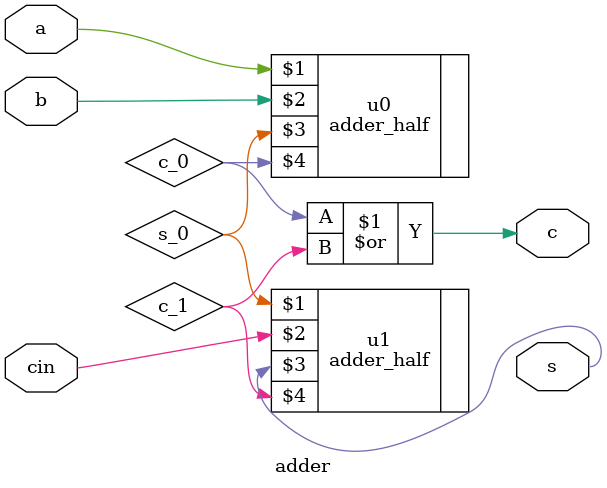
<source format=v>
module adder(a,b,cin,s,c);
    input a,b,cin;
    output s,c;
    wire c_0,c_1,s_0;
    adder_half u0(a,b,s_0,c_0);
    adder_half u1(s_0,cin,s,c_1);
    assign c = c_0|c_1;   
endmodule

</source>
